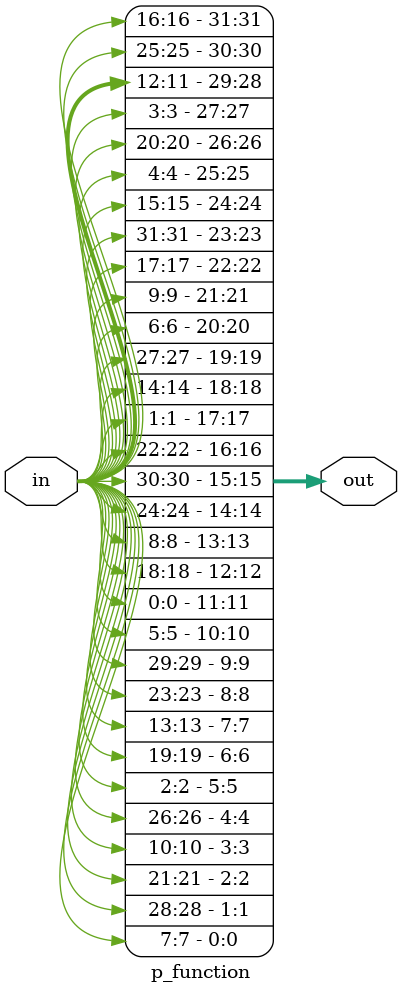
<source format=v>
module p_function (
    input  wire [31:0] in,
    output wire [31:0] out
);

    assign out = {
        in[32 - 16], in[32 - 7],  in[32 - 20], in[32 - 21],
        in[32 - 29], in[32 - 12], in[32 - 28], in[32 - 17],
        in[32 - 1],  in[32 - 15], in[32 - 23], in[32 - 26],
        in[32 - 5],  in[32 - 18], in[32 - 31], in[32 - 10],
        in[32 - 2],  in[32 - 8],  in[32 - 24], in[32 - 14],
        in[32 - 32], in[32 - 27], in[32 - 3],  in[32 - 9],
        in[32 - 19], in[32 - 13], in[32 - 30], in[32 - 6],
        in[32 - 22], in[32 - 11], in[32 - 4],  in[32 - 25]
    };

endmodule

</source>
